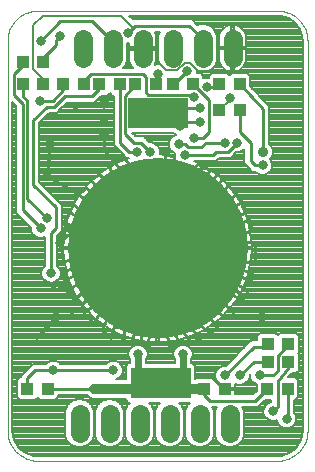
<source format=gbl>
G75*
%MOIN*%
%OFA0B0*%
%FSLAX24Y24*%
%IPPOS*%
%LPD*%
%AMOC8*
5,1,8,0,0,1.08239X$1,22.5*
%
%ADD10C,0.0000*%
%ADD11R,0.0394X0.0433*%
%ADD12C,0.0640*%
%ADD13R,0.2000X0.1000*%
%ADD14C,0.6000*%
%ADD15R,0.0433X0.0394*%
%ADD16C,0.0080*%
%ADD17C,0.0317*%
%ADD18C,0.0160*%
%ADD19C,0.0100*%
%ADD20C,0.0356*%
%ADD21C,0.0320*%
%ADD22C,0.0240*%
D10*
X000646Y001140D02*
X000646Y014140D01*
X000648Y014200D01*
X000653Y014261D01*
X000662Y014320D01*
X000675Y014379D01*
X000691Y014438D01*
X000711Y014495D01*
X000734Y014550D01*
X000761Y014605D01*
X000790Y014657D01*
X000823Y014708D01*
X000859Y014757D01*
X000897Y014803D01*
X000939Y014847D01*
X000983Y014889D01*
X001029Y014927D01*
X001078Y014963D01*
X001129Y014996D01*
X001181Y015025D01*
X001236Y015052D01*
X001291Y015075D01*
X001348Y015095D01*
X001407Y015111D01*
X001466Y015124D01*
X001525Y015133D01*
X001586Y015138D01*
X001646Y015140D01*
X009646Y015140D01*
X009706Y015138D01*
X009767Y015133D01*
X009826Y015124D01*
X009885Y015111D01*
X009944Y015095D01*
X010001Y015075D01*
X010056Y015052D01*
X010111Y015025D01*
X010163Y014996D01*
X010214Y014963D01*
X010263Y014927D01*
X010309Y014889D01*
X010353Y014847D01*
X010395Y014803D01*
X010433Y014757D01*
X010469Y014708D01*
X010502Y014657D01*
X010531Y014605D01*
X010558Y014550D01*
X010581Y014495D01*
X010601Y014438D01*
X010617Y014379D01*
X010630Y014320D01*
X010639Y014261D01*
X010644Y014200D01*
X010646Y014140D01*
X010646Y001140D01*
X010644Y001080D01*
X010639Y001019D01*
X010630Y000960D01*
X010617Y000901D01*
X010601Y000842D01*
X010581Y000785D01*
X010558Y000730D01*
X010531Y000675D01*
X010502Y000623D01*
X010469Y000572D01*
X010433Y000523D01*
X010395Y000477D01*
X010353Y000433D01*
X010309Y000391D01*
X010263Y000353D01*
X010214Y000317D01*
X010163Y000284D01*
X010111Y000255D01*
X010056Y000228D01*
X010001Y000205D01*
X009944Y000185D01*
X009885Y000169D01*
X009826Y000156D01*
X009767Y000147D01*
X009706Y000142D01*
X009646Y000140D01*
X001646Y000140D01*
X001586Y000142D01*
X001525Y000147D01*
X001466Y000156D01*
X001407Y000169D01*
X001348Y000185D01*
X001291Y000205D01*
X001236Y000228D01*
X001181Y000255D01*
X001129Y000284D01*
X001078Y000317D01*
X001029Y000353D01*
X000983Y000391D01*
X000939Y000433D01*
X000897Y000477D01*
X000859Y000523D01*
X000823Y000572D01*
X000790Y000623D01*
X000761Y000675D01*
X000734Y000730D01*
X000711Y000785D01*
X000691Y000842D01*
X000675Y000901D01*
X000662Y000960D01*
X000653Y001019D01*
X000648Y001080D01*
X000646Y001140D01*
D11*
X001311Y002540D03*
X001980Y002540D03*
X007711Y011840D03*
X007711Y012690D03*
X008380Y012690D03*
X008380Y011840D03*
X006820Y012690D03*
X006151Y012690D03*
X005580Y012690D03*
X004911Y012690D03*
X004380Y012690D03*
X003711Y012690D03*
X003180Y012690D03*
X002511Y012690D03*
X001830Y012690D03*
X001161Y012690D03*
X001161Y013440D03*
X001830Y013440D03*
X009321Y004030D03*
X009321Y003430D03*
X009990Y003430D03*
X009990Y004030D03*
X009980Y002540D03*
X009311Y002540D03*
D12*
X008046Y001710D02*
X008046Y001070D01*
X007046Y001070D02*
X007046Y001710D01*
X006046Y001710D02*
X006046Y001070D01*
X005046Y001070D02*
X005046Y001710D01*
X004046Y001710D02*
X004046Y001070D01*
X003046Y001070D02*
X003046Y001710D01*
X003146Y013570D02*
X003146Y014210D01*
X004146Y014210D02*
X004146Y013570D01*
X005146Y013570D02*
X005146Y014210D01*
X006146Y014210D02*
X006146Y013570D01*
X007146Y013570D02*
X007146Y014210D01*
X008146Y014210D02*
X008146Y013570D01*
D13*
X005646Y011740D03*
X005746Y002740D03*
D14*
X005646Y007240D03*
D15*
X007211Y002540D03*
X007880Y002540D03*
D16*
X000897Y000759D02*
X000816Y001009D01*
X000806Y001140D01*
X000806Y012083D01*
X000936Y011953D01*
X000936Y008403D01*
X001427Y007911D01*
X001427Y007827D01*
X001476Y007710D01*
X001565Y007620D01*
X001682Y007572D01*
X001809Y007572D01*
X001886Y007603D01*
X001886Y006630D01*
X001826Y006570D01*
X001777Y006453D01*
X001777Y006327D01*
X001826Y006210D01*
X001915Y006120D01*
X002032Y006072D01*
X002159Y006072D01*
X002276Y006120D01*
X002366Y006210D01*
X002414Y006327D01*
X002414Y006453D01*
X002366Y006570D01*
X002306Y006630D01*
X002306Y007653D01*
X002333Y007680D01*
X002456Y007803D01*
X002456Y008677D01*
X002333Y008800D01*
X001706Y009427D01*
X001706Y011403D01*
X002033Y011730D01*
X002283Y011730D01*
X002406Y011853D01*
X002633Y012080D01*
X003533Y012080D01*
X003656Y012203D01*
X003766Y012313D01*
X003974Y012313D01*
X004046Y012385D01*
X004117Y012313D01*
X004186Y012313D01*
X004186Y010653D01*
X004486Y010353D01*
X004609Y010230D01*
X004685Y010230D01*
X004539Y010180D01*
X004349Y010102D01*
X004165Y010011D01*
X003987Y009908D01*
X003816Y009794D01*
X003653Y009669D01*
X003498Y009533D01*
X003353Y009388D01*
X003217Y009233D01*
X003092Y009070D01*
X002978Y008899D01*
X002875Y008721D01*
X002784Y008537D01*
X002705Y008347D01*
X002639Y008152D01*
X002586Y007953D01*
X002546Y007752D01*
X002519Y007548D01*
X002506Y007343D01*
X002506Y007280D01*
X005606Y007280D01*
X005606Y007200D01*
X005686Y007200D01*
X005686Y007280D01*
X008786Y007280D01*
X008786Y007343D01*
X008772Y007548D01*
X008745Y007752D01*
X008705Y007953D01*
X008652Y008152D01*
X008586Y008347D01*
X008507Y008537D01*
X008416Y008721D01*
X008314Y008899D01*
X008199Y009070D01*
X008074Y009233D01*
X007939Y009388D01*
X007793Y009533D01*
X007639Y009669D01*
X007476Y009794D01*
X007305Y009908D01*
X007127Y010011D01*
X006942Y010102D01*
X006874Y010130D01*
X007583Y010130D01*
X007683Y010230D01*
X008083Y010230D01*
X008274Y010422D01*
X008359Y010422D01*
X008476Y010470D01*
X008536Y010530D01*
X008536Y010053D01*
X008686Y009903D01*
X008809Y009780D01*
X008905Y009780D01*
X008965Y009720D01*
X009082Y009672D01*
X009209Y009672D01*
X009326Y009720D01*
X009416Y009810D01*
X009464Y009927D01*
X009464Y010053D01*
X009416Y010170D01*
X009385Y010201D01*
X009432Y010248D01*
X009484Y010373D01*
X009484Y010507D01*
X009432Y010632D01*
X009356Y010708D01*
X009356Y011871D01*
X009358Y011955D01*
X009356Y011958D01*
X009356Y011962D01*
X009297Y012021D01*
X008737Y012617D01*
X008737Y012973D01*
X008643Y013067D01*
X008117Y013067D01*
X008046Y012995D01*
X007974Y013067D01*
X007448Y013067D01*
X007354Y012973D01*
X007354Y012908D01*
X007232Y012908D01*
X007177Y012886D01*
X007177Y012973D01*
X007083Y013067D01*
X006954Y013067D01*
X006954Y013130D01*
X007050Y013090D01*
X007241Y013090D01*
X007418Y013163D01*
X007553Y013298D01*
X007626Y013475D01*
X007626Y014305D01*
X007553Y014482D01*
X007418Y014617D01*
X007241Y014690D01*
X007050Y014690D01*
X006974Y014659D01*
X006783Y014850D01*
X004839Y014850D01*
X004709Y014980D01*
X009646Y014980D01*
X009777Y014970D01*
X010027Y014888D01*
X010240Y014734D01*
X010394Y014521D01*
X010475Y014271D01*
X010486Y014140D01*
X010486Y001140D01*
X010475Y001009D01*
X010394Y000759D01*
X010240Y000546D01*
X010027Y000392D01*
X009777Y000310D01*
X009646Y000300D01*
X001646Y000300D01*
X001514Y000310D01*
X001264Y000392D01*
X001052Y000546D01*
X000897Y000759D01*
X000894Y000768D02*
X002669Y000768D01*
X002639Y000798D02*
X002774Y000663D01*
X002950Y000590D01*
X003141Y000590D01*
X003318Y000663D01*
X003453Y000798D01*
X003526Y000975D01*
X003526Y001805D01*
X003453Y001982D01*
X003318Y002117D01*
X003141Y002190D01*
X002950Y002190D01*
X002774Y002117D01*
X002639Y001982D01*
X002566Y001805D01*
X002566Y000975D01*
X002639Y000798D01*
X002619Y000847D02*
X000869Y000847D01*
X000843Y000925D02*
X002586Y000925D01*
X002566Y001004D02*
X000818Y001004D01*
X000810Y001082D02*
X002566Y001082D01*
X002566Y001161D02*
X000806Y001161D01*
X000806Y001239D02*
X002566Y001239D01*
X002566Y001318D02*
X000806Y001318D01*
X000806Y001396D02*
X002566Y001396D01*
X002566Y001475D02*
X000806Y001475D01*
X000806Y001553D02*
X002566Y001553D01*
X002566Y001632D02*
X000806Y001632D01*
X000806Y001710D02*
X002566Y001710D01*
X002566Y001789D02*
X000806Y001789D01*
X000806Y001867D02*
X002591Y001867D01*
X002624Y001946D02*
X000806Y001946D01*
X000806Y002024D02*
X002681Y002024D01*
X002759Y002103D02*
X000806Y002103D01*
X000806Y002181D02*
X001030Y002181D01*
X001048Y002163D02*
X001574Y002163D01*
X001646Y002235D01*
X001717Y002163D01*
X002243Y002163D01*
X002337Y002257D01*
X002337Y002330D01*
X003283Y002330D01*
X003354Y002259D01*
X003472Y002210D01*
X004586Y002210D01*
X004586Y002174D01*
X004679Y002080D01*
X004737Y002080D01*
X004639Y001982D01*
X004566Y001805D01*
X004566Y000975D01*
X004639Y000798D01*
X004774Y000663D01*
X004950Y000590D01*
X005141Y000590D01*
X005318Y000663D01*
X005453Y000798D01*
X005526Y000975D01*
X005526Y001805D01*
X005453Y001982D01*
X005355Y002080D01*
X005737Y002080D01*
X005639Y001982D01*
X005566Y001805D01*
X005566Y000975D01*
X005639Y000798D01*
X005774Y000663D01*
X005950Y000590D01*
X006141Y000590D01*
X006318Y000663D01*
X006453Y000798D01*
X006526Y000975D01*
X006526Y001805D01*
X006453Y001982D01*
X006355Y002080D01*
X006737Y002080D01*
X006639Y001982D01*
X006566Y001805D01*
X006566Y000975D01*
X006639Y000798D01*
X006774Y000663D01*
X006950Y000590D01*
X007141Y000590D01*
X007318Y000663D01*
X007453Y000798D01*
X007526Y000975D01*
X007526Y001805D01*
X007474Y001930D01*
X007617Y001930D01*
X007566Y001805D01*
X007566Y000975D01*
X007639Y000798D01*
X007774Y000663D01*
X007950Y000590D01*
X008141Y000590D01*
X008318Y000663D01*
X008453Y000798D01*
X008526Y000975D01*
X008526Y001805D01*
X008474Y001930D01*
X008998Y001930D01*
X009231Y002163D01*
X009436Y002163D01*
X009436Y002108D01*
X009432Y002108D01*
X009315Y002060D01*
X009226Y001970D01*
X009177Y001853D01*
X009177Y001727D01*
X009226Y001610D01*
X009315Y001520D01*
X009432Y001472D01*
X009559Y001472D01*
X009627Y001500D01*
X009627Y001477D01*
X009676Y001360D01*
X009765Y001270D01*
X009882Y001222D01*
X010009Y001222D01*
X010126Y001270D01*
X010216Y001360D01*
X010264Y001477D01*
X010264Y001603D01*
X010216Y001720D01*
X010190Y001746D01*
X010190Y002163D01*
X010243Y002163D01*
X010337Y002257D01*
X010337Y002823D01*
X010243Y002917D01*
X010010Y002917D01*
X010117Y003053D01*
X010253Y003053D01*
X010347Y003147D01*
X010347Y003713D01*
X010330Y003730D01*
X010347Y003747D01*
X010347Y004313D01*
X010253Y004407D01*
X009727Y004407D01*
X009656Y004335D01*
X009584Y004407D01*
X009058Y004407D01*
X008964Y004313D01*
X008964Y004150D01*
X008759Y004150D01*
X007917Y003308D01*
X007832Y003308D01*
X007715Y003260D01*
X007626Y003170D01*
X007577Y003053D01*
X007577Y002927D01*
X007603Y002864D01*
X007578Y002849D01*
X007560Y002831D01*
X007494Y002897D01*
X006928Y002897D01*
X006906Y002874D01*
X006906Y003306D01*
X006812Y003400D01*
X006776Y003400D01*
X006776Y003534D01*
X006814Y003627D01*
X006814Y003753D01*
X006766Y003870D01*
X006676Y003960D01*
X006559Y004008D01*
X006432Y004008D01*
X006315Y003960D01*
X006226Y003870D01*
X006177Y003753D01*
X006177Y003627D01*
X006216Y003534D01*
X006216Y003400D01*
X005276Y003400D01*
X005276Y003534D01*
X005314Y003627D01*
X005314Y003753D01*
X005266Y003870D01*
X005176Y003960D01*
X005059Y004008D01*
X004932Y004008D01*
X004815Y003960D01*
X004726Y003870D01*
X004677Y003753D01*
X004677Y003627D01*
X004716Y003534D01*
X004716Y003400D01*
X004679Y003400D01*
X004586Y003306D01*
X004586Y002850D01*
X004329Y002850D01*
X004309Y002858D01*
X004275Y002858D01*
X004351Y002890D01*
X004441Y002980D01*
X004489Y003097D01*
X004489Y003223D01*
X004441Y003340D01*
X004351Y003430D01*
X004234Y003478D01*
X004107Y003478D01*
X003990Y003430D01*
X003930Y003370D01*
X002400Y003370D01*
X002346Y003424D01*
X002229Y003473D01*
X002102Y003473D01*
X001985Y003424D01*
X001925Y003364D01*
X001484Y003364D01*
X001361Y003241D01*
X001101Y002981D01*
X001101Y002917D01*
X001048Y002917D01*
X000954Y002823D01*
X000954Y002257D01*
X001048Y002163D01*
X000954Y002260D02*
X000806Y002260D01*
X000806Y002338D02*
X000954Y002338D01*
X000954Y002417D02*
X000806Y002417D01*
X000806Y002495D02*
X000954Y002495D01*
X000954Y002574D02*
X000806Y002574D01*
X000806Y002652D02*
X000954Y002652D01*
X000954Y002731D02*
X000806Y002731D01*
X000806Y002809D02*
X000954Y002809D01*
X001019Y002888D02*
X000806Y002888D01*
X000806Y002966D02*
X001101Y002966D01*
X001164Y003045D02*
X000806Y003045D01*
X000806Y003123D02*
X001243Y003123D01*
X001321Y003202D02*
X000806Y003202D01*
X000806Y003280D02*
X001400Y003280D01*
X001478Y003359D02*
X000806Y003359D01*
X000806Y003437D02*
X002016Y003437D01*
X002315Y003437D02*
X004007Y003437D01*
X004334Y003437D02*
X004716Y003437D01*
X004716Y003516D02*
X000806Y003516D01*
X000806Y003594D02*
X004691Y003594D01*
X004677Y003673D02*
X000806Y003673D01*
X000806Y003751D02*
X004677Y003751D01*
X004709Y003830D02*
X000806Y003830D01*
X000806Y003908D02*
X004763Y003908D01*
X004879Y003987D02*
X000806Y003987D01*
X000806Y004065D02*
X008674Y004065D01*
X008752Y004144D02*
X006174Y004144D01*
X006157Y004140D02*
X006359Y004180D01*
X006558Y004234D01*
X006752Y004300D01*
X006942Y004378D01*
X007127Y004469D01*
X007305Y004572D01*
X007476Y004686D01*
X007639Y004811D01*
X007793Y004947D01*
X007939Y005092D01*
X008074Y005247D01*
X008199Y005410D01*
X008314Y005581D01*
X008416Y005759D01*
X008507Y005943D01*
X008586Y006133D01*
X008652Y006328D01*
X008705Y006527D01*
X008745Y006728D01*
X008772Y006932D01*
X008786Y007137D01*
X008786Y007200D01*
X005686Y007200D01*
X005686Y004100D01*
X005748Y004100D01*
X005954Y004113D01*
X006157Y004140D01*
X006263Y003908D02*
X005228Y003908D01*
X005283Y003830D02*
X006209Y003830D01*
X006177Y003751D02*
X005314Y003751D01*
X005314Y003673D02*
X006177Y003673D01*
X006191Y003594D02*
X005301Y003594D01*
X005276Y003516D02*
X006216Y003516D01*
X006216Y003437D02*
X005276Y003437D01*
X005112Y003987D02*
X006379Y003987D01*
X006612Y003987D02*
X008595Y003987D01*
X008517Y003908D02*
X006728Y003908D01*
X006783Y003830D02*
X008438Y003830D01*
X008360Y003751D02*
X006814Y003751D01*
X006814Y003673D02*
X008281Y003673D01*
X008203Y003594D02*
X006801Y003594D01*
X006776Y003516D02*
X008124Y003516D01*
X008046Y003437D02*
X006776Y003437D01*
X006853Y003359D02*
X007967Y003359D01*
X007764Y003280D02*
X006906Y003280D01*
X006906Y003202D02*
X007657Y003202D01*
X007606Y003123D02*
X006906Y003123D01*
X006906Y003045D02*
X007577Y003045D01*
X007577Y002966D02*
X006906Y002966D01*
X006906Y002888D02*
X006919Y002888D01*
X007503Y002888D02*
X007593Y002888D01*
X007920Y002580D02*
X008237Y002580D01*
X008237Y002711D01*
X008332Y002672D01*
X008459Y002672D01*
X008576Y002720D01*
X008666Y002810D01*
X008714Y002927D01*
X008714Y003011D01*
X008727Y003025D01*
X008727Y002927D01*
X008776Y002810D01*
X008865Y002720D01*
X008954Y002683D01*
X008954Y002480D01*
X008824Y002350D01*
X008237Y002350D01*
X008237Y002500D01*
X007920Y002500D01*
X007920Y002580D01*
X007920Y002574D02*
X008954Y002574D01*
X008954Y002652D02*
X008237Y002652D01*
X008237Y002495D02*
X008954Y002495D01*
X008891Y002417D02*
X008237Y002417D01*
X008587Y002731D02*
X008855Y002731D01*
X008776Y002809D02*
X008665Y002809D01*
X008698Y002888D02*
X008743Y002888D01*
X008727Y002966D02*
X008714Y002966D01*
X009171Y002103D02*
X009418Y002103D01*
X009279Y002024D02*
X009092Y002024D01*
X009014Y001946D02*
X009215Y001946D01*
X009183Y001867D02*
X008500Y001867D01*
X008526Y001789D02*
X009177Y001789D01*
X009184Y001710D02*
X008526Y001710D01*
X008526Y001632D02*
X009217Y001632D01*
X009282Y001553D02*
X008526Y001553D01*
X008526Y001475D02*
X009425Y001475D01*
X009566Y001475D02*
X009628Y001475D01*
X009661Y001396D02*
X008526Y001396D01*
X008526Y001318D02*
X009718Y001318D01*
X009840Y001239D02*
X008526Y001239D01*
X008526Y001161D02*
X010486Y001161D01*
X010486Y001239D02*
X010051Y001239D01*
X010174Y001318D02*
X010486Y001318D01*
X010486Y001396D02*
X010231Y001396D01*
X010263Y001475D02*
X010486Y001475D01*
X010486Y001553D02*
X010264Y001553D01*
X010252Y001632D02*
X010486Y001632D01*
X010486Y001710D02*
X010220Y001710D01*
X010190Y001789D02*
X010486Y001789D01*
X010486Y001867D02*
X010190Y001867D01*
X010190Y001946D02*
X010486Y001946D01*
X010486Y002024D02*
X010190Y002024D01*
X010190Y002103D02*
X010486Y002103D01*
X010486Y002181D02*
X010261Y002181D01*
X010337Y002260D02*
X010486Y002260D01*
X010486Y002338D02*
X010337Y002338D01*
X010337Y002417D02*
X010486Y002417D01*
X010486Y002495D02*
X010337Y002495D01*
X010337Y002574D02*
X010486Y002574D01*
X010486Y002652D02*
X010337Y002652D01*
X010337Y002731D02*
X010486Y002731D01*
X010486Y002809D02*
X010337Y002809D01*
X010272Y002888D02*
X010486Y002888D01*
X010486Y002966D02*
X010049Y002966D01*
X010110Y003045D02*
X010486Y003045D01*
X010486Y003123D02*
X010323Y003123D01*
X010347Y003202D02*
X010486Y003202D01*
X010486Y003280D02*
X010347Y003280D01*
X010347Y003359D02*
X010486Y003359D01*
X010486Y003437D02*
X010347Y003437D01*
X010347Y003516D02*
X010486Y003516D01*
X010486Y003594D02*
X010347Y003594D01*
X010347Y003673D02*
X010486Y003673D01*
X010486Y003751D02*
X010347Y003751D01*
X010347Y003830D02*
X010486Y003830D01*
X010486Y003908D02*
X010347Y003908D01*
X010347Y003987D02*
X010486Y003987D01*
X010486Y004065D02*
X010347Y004065D01*
X010347Y004144D02*
X010486Y004144D01*
X010486Y004222D02*
X010347Y004222D01*
X010347Y004301D02*
X010486Y004301D01*
X010486Y004379D02*
X010281Y004379D01*
X010486Y004458D02*
X007103Y004458D01*
X007242Y004536D02*
X010486Y004536D01*
X010486Y004615D02*
X007368Y004615D01*
X007484Y004693D02*
X010486Y004693D01*
X010486Y004772D02*
X007587Y004772D01*
X007683Y004850D02*
X010486Y004850D01*
X010486Y004929D02*
X007772Y004929D01*
X007853Y005007D02*
X010486Y005007D01*
X010486Y005086D02*
X007932Y005086D01*
X008002Y005164D02*
X010486Y005164D01*
X010486Y005243D02*
X008070Y005243D01*
X008131Y005321D02*
X010486Y005321D01*
X010486Y005400D02*
X008191Y005400D01*
X008245Y005478D02*
X010486Y005478D01*
X010486Y005557D02*
X008297Y005557D01*
X008345Y005635D02*
X010486Y005635D01*
X010486Y005714D02*
X008390Y005714D01*
X008433Y005792D02*
X010486Y005792D01*
X010486Y005871D02*
X008471Y005871D01*
X008510Y005949D02*
X010486Y005949D01*
X010486Y006028D02*
X008542Y006028D01*
X008575Y006106D02*
X010486Y006106D01*
X010486Y006185D02*
X008603Y006185D01*
X008630Y006263D02*
X010486Y006263D01*
X010486Y006342D02*
X008656Y006342D01*
X008677Y006420D02*
X010486Y006420D01*
X010486Y006499D02*
X008698Y006499D01*
X008715Y006577D02*
X010486Y006577D01*
X010486Y006656D02*
X008731Y006656D01*
X008746Y006734D02*
X010486Y006734D01*
X010486Y006813D02*
X008757Y006813D01*
X008767Y006891D02*
X010486Y006891D01*
X010486Y006970D02*
X008775Y006970D01*
X008780Y007048D02*
X010486Y007048D01*
X010486Y007127D02*
X008785Y007127D01*
X008786Y007284D02*
X010486Y007284D01*
X010486Y007362D02*
X008784Y007362D01*
X008779Y007441D02*
X010486Y007441D01*
X010486Y007519D02*
X008774Y007519D01*
X008766Y007598D02*
X010486Y007598D01*
X010486Y007676D02*
X008755Y007676D01*
X008745Y007755D02*
X010486Y007755D01*
X010486Y007833D02*
X008729Y007833D01*
X008714Y007912D02*
X010486Y007912D01*
X010486Y007990D02*
X008695Y007990D01*
X008674Y008069D02*
X010486Y008069D01*
X010486Y008147D02*
X008653Y008147D01*
X008627Y008226D02*
X010486Y008226D01*
X010486Y008304D02*
X008600Y008304D01*
X008571Y008383D02*
X010486Y008383D01*
X010486Y008461D02*
X008539Y008461D01*
X008506Y008540D02*
X010486Y008540D01*
X010486Y008618D02*
X008467Y008618D01*
X008428Y008697D02*
X010486Y008697D01*
X010486Y008775D02*
X008385Y008775D01*
X008340Y008854D02*
X010486Y008854D01*
X010486Y008932D02*
X008292Y008932D01*
X008239Y009011D02*
X010486Y009011D01*
X010486Y009089D02*
X008185Y009089D01*
X008125Y009168D02*
X010486Y009168D01*
X010486Y009246D02*
X008063Y009246D01*
X007994Y009325D02*
X010486Y009325D01*
X010486Y009403D02*
X007923Y009403D01*
X007845Y009482D02*
X010486Y009482D01*
X010486Y009560D02*
X007763Y009560D01*
X007673Y009639D02*
X010486Y009639D01*
X010486Y009717D02*
X009319Y009717D01*
X009402Y009796D02*
X010486Y009796D01*
X010486Y009874D02*
X009442Y009874D01*
X009464Y009953D02*
X010486Y009953D01*
X010486Y010031D02*
X009464Y010031D01*
X009441Y010110D02*
X010486Y010110D01*
X010486Y010188D02*
X009398Y010188D01*
X009440Y010267D02*
X010486Y010267D01*
X010486Y010345D02*
X009472Y010345D01*
X009484Y010424D02*
X010486Y010424D01*
X010486Y010502D02*
X009484Y010502D01*
X009453Y010581D02*
X010486Y010581D01*
X010486Y010659D02*
X009405Y010659D01*
X009356Y010738D02*
X010486Y010738D01*
X010486Y010816D02*
X009356Y010816D01*
X009356Y010895D02*
X010486Y010895D01*
X010486Y010973D02*
X009356Y010973D01*
X009356Y011052D02*
X010486Y011052D01*
X010486Y011130D02*
X009356Y011130D01*
X009356Y011209D02*
X010486Y011209D01*
X010486Y011287D02*
X009356Y011287D01*
X009356Y011366D02*
X010486Y011366D01*
X010486Y011444D02*
X009356Y011444D01*
X009356Y011523D02*
X010486Y011523D01*
X010486Y011601D02*
X009356Y011601D01*
X009356Y011680D02*
X010486Y011680D01*
X010486Y011758D02*
X009356Y011758D01*
X009356Y011837D02*
X010486Y011837D01*
X010486Y011915D02*
X009357Y011915D01*
X009324Y011994D02*
X010486Y011994D01*
X010486Y012072D02*
X009248Y012072D01*
X009175Y012151D02*
X010486Y012151D01*
X010486Y012229D02*
X009101Y012229D01*
X009027Y012308D02*
X010486Y012308D01*
X010486Y012386D02*
X008954Y012386D01*
X008880Y012465D02*
X010486Y012465D01*
X010486Y012543D02*
X008806Y012543D01*
X008737Y012622D02*
X010486Y012622D01*
X010486Y012700D02*
X008737Y012700D01*
X008737Y012779D02*
X010486Y012779D01*
X010486Y012857D02*
X008737Y012857D01*
X008737Y012936D02*
X010486Y012936D01*
X010486Y013014D02*
X008696Y013014D01*
X008476Y013250D02*
X010486Y013250D01*
X010486Y013328D02*
X008538Y013328D01*
X008539Y013329D02*
X008572Y013393D01*
X008594Y013462D01*
X008606Y013534D01*
X008606Y013850D01*
X008186Y013850D01*
X008186Y013930D01*
X008606Y013930D01*
X008606Y014246D01*
X008594Y014318D01*
X008572Y014387D01*
X008539Y014451D01*
X008497Y014510D01*
X008445Y014561D01*
X008387Y014603D01*
X008322Y014636D01*
X008253Y014659D01*
X008186Y014669D01*
X008186Y013930D01*
X008106Y013930D01*
X008106Y014669D01*
X008038Y014659D01*
X007969Y014636D01*
X007905Y014603D01*
X007846Y014561D01*
X007795Y014510D01*
X007752Y014451D01*
X007719Y014387D01*
X007697Y014318D01*
X007686Y014246D01*
X007686Y013930D01*
X008106Y013930D01*
X008106Y013850D01*
X008186Y013850D01*
X008186Y013111D01*
X008253Y013121D01*
X008322Y013144D01*
X008387Y013177D01*
X008445Y013219D01*
X008497Y013270D01*
X008539Y013329D01*
X008576Y013407D02*
X010486Y013407D01*
X010486Y013485D02*
X008598Y013485D01*
X008606Y013564D02*
X010486Y013564D01*
X010486Y013642D02*
X008606Y013642D01*
X008606Y013721D02*
X010486Y013721D01*
X010486Y013799D02*
X008606Y013799D01*
X008606Y013956D02*
X010486Y013956D01*
X010486Y013878D02*
X008186Y013878D01*
X008146Y013890D02*
X008136Y013880D01*
X008136Y013130D01*
X008126Y013140D01*
X006986Y013140D01*
X006736Y013390D01*
X006546Y013390D01*
X006306Y013150D01*
X005936Y013150D01*
X005636Y013450D01*
X005636Y013870D01*
X005666Y013878D02*
X005186Y013878D01*
X005186Y013850D02*
X005186Y013930D01*
X005606Y013930D01*
X005606Y014246D01*
X005594Y014318D01*
X005572Y014387D01*
X005550Y014430D01*
X005717Y014430D01*
X005666Y014305D01*
X005666Y013475D01*
X005715Y013356D01*
X005709Y013358D01*
X005582Y013358D01*
X005547Y013344D01*
X005572Y013393D01*
X005594Y013462D01*
X005606Y013534D01*
X005606Y013850D01*
X005186Y013850D01*
X005106Y013850D02*
X005106Y013930D01*
X004686Y013930D01*
X004686Y014072D01*
X004626Y014072D01*
X004626Y013475D01*
X004553Y013298D01*
X004495Y013240D01*
X004825Y013240D01*
X004795Y013270D01*
X004752Y013329D01*
X004719Y013393D01*
X004697Y013462D01*
X004686Y013534D01*
X004686Y013850D01*
X005106Y013850D01*
X005106Y013878D02*
X004626Y013878D01*
X004666Y013870D02*
X004686Y013890D01*
X004686Y013956D02*
X004626Y013956D01*
X004626Y014035D02*
X004686Y014035D01*
X004686Y013799D02*
X004626Y013799D01*
X004626Y013721D02*
X004686Y013721D01*
X004686Y013642D02*
X004626Y013642D01*
X004626Y013564D02*
X004686Y013564D01*
X004693Y013485D02*
X004626Y013485D01*
X004598Y013407D02*
X004715Y013407D01*
X004753Y013328D02*
X004565Y013328D01*
X004504Y013250D02*
X004816Y013250D01*
X005576Y013407D02*
X005694Y013407D01*
X005666Y013485D02*
X005598Y013485D01*
X005606Y013564D02*
X005666Y013564D01*
X005666Y013642D02*
X005606Y013642D01*
X005606Y013721D02*
X005666Y013721D01*
X005666Y013799D02*
X005606Y013799D01*
X005606Y013956D02*
X005666Y013956D01*
X005666Y014035D02*
X005606Y014035D01*
X005606Y014113D02*
X005666Y014113D01*
X005666Y014192D02*
X005606Y014192D01*
X005602Y014270D02*
X005666Y014270D01*
X005684Y014349D02*
X005584Y014349D01*
X005551Y014427D02*
X005716Y014427D01*
X004831Y014575D02*
X004426Y014980D01*
X001826Y014980D01*
X001496Y014650D01*
X001496Y013190D01*
X001880Y012805D01*
X001980Y012805D01*
X001830Y012690D01*
X002389Y011837D02*
X004186Y011837D01*
X004186Y011915D02*
X002468Y011915D01*
X002546Y011994D02*
X004186Y011994D01*
X004186Y012072D02*
X002625Y012072D01*
X002311Y011758D02*
X004186Y011758D01*
X004186Y011680D02*
X001982Y011680D01*
X001904Y011601D02*
X004186Y011601D01*
X004186Y011523D02*
X001825Y011523D01*
X001747Y011444D02*
X004186Y011444D01*
X004186Y011366D02*
X001706Y011366D01*
X001706Y011287D02*
X004186Y011287D01*
X004186Y011209D02*
X001706Y011209D01*
X001706Y011130D02*
X004186Y011130D01*
X004186Y011052D02*
X001706Y011052D01*
X001706Y010973D02*
X004186Y010973D01*
X004186Y010895D02*
X001706Y010895D01*
X001706Y010816D02*
X004186Y010816D01*
X004186Y010738D02*
X001706Y010738D01*
X001706Y010659D02*
X004186Y010659D01*
X004258Y010581D02*
X001706Y010581D01*
X001706Y010502D02*
X004337Y010502D01*
X004415Y010424D02*
X001706Y010424D01*
X001706Y010345D02*
X004494Y010345D01*
X004572Y010267D02*
X001706Y010267D01*
X001706Y010188D02*
X004562Y010188D01*
X004368Y010110D02*
X001706Y010110D01*
X001706Y010031D02*
X004206Y010031D01*
X004064Y009953D02*
X001706Y009953D01*
X001706Y009874D02*
X003936Y009874D01*
X003818Y009796D02*
X001706Y009796D01*
X001706Y009717D02*
X003716Y009717D01*
X003618Y009639D02*
X001706Y009639D01*
X001706Y009560D02*
X003529Y009560D01*
X003447Y009482D02*
X001706Y009482D01*
X001730Y009403D02*
X003368Y009403D01*
X003297Y009325D02*
X001808Y009325D01*
X001887Y009246D02*
X003229Y009246D01*
X003167Y009168D02*
X001965Y009168D01*
X002044Y009089D02*
X003107Y009089D01*
X003052Y009011D02*
X002122Y009011D01*
X002201Y008932D02*
X003000Y008932D01*
X002952Y008854D02*
X002279Y008854D01*
X002358Y008775D02*
X002906Y008775D01*
X002863Y008697D02*
X002436Y008697D01*
X002456Y008618D02*
X002824Y008618D01*
X002785Y008540D02*
X002456Y008540D01*
X002456Y008461D02*
X002753Y008461D01*
X002720Y008383D02*
X002456Y008383D01*
X002456Y008304D02*
X002691Y008304D01*
X002664Y008226D02*
X002456Y008226D01*
X002456Y008147D02*
X002638Y008147D01*
X002617Y008069D02*
X002456Y008069D01*
X002456Y007990D02*
X002596Y007990D01*
X002578Y007912D02*
X002456Y007912D01*
X002456Y007833D02*
X002562Y007833D01*
X002547Y007755D02*
X002407Y007755D01*
X002333Y007680D02*
X002333Y007680D01*
X002329Y007676D02*
X002536Y007676D01*
X002526Y007598D02*
X002306Y007598D01*
X002306Y007519D02*
X002517Y007519D01*
X002512Y007441D02*
X002306Y007441D01*
X002306Y007362D02*
X002507Y007362D01*
X002506Y007284D02*
X002306Y007284D01*
X002306Y007205D02*
X005606Y007205D01*
X005606Y007200D02*
X002506Y007200D01*
X002506Y007137D01*
X002519Y006932D01*
X002546Y006728D01*
X002586Y006527D01*
X002639Y006328D01*
X002705Y006133D01*
X002784Y005943D01*
X002875Y005759D01*
X002978Y005581D01*
X003092Y005410D01*
X003217Y005247D01*
X003353Y005092D01*
X003498Y004947D01*
X003653Y004811D01*
X003816Y004686D01*
X003987Y004572D01*
X004165Y004469D01*
X004349Y004378D01*
X004539Y004300D01*
X004734Y004234D01*
X004932Y004180D01*
X005134Y004140D01*
X005338Y004113D01*
X005543Y004100D01*
X005606Y004100D01*
X005606Y007200D01*
X005606Y007127D02*
X005686Y007127D01*
X005686Y007205D02*
X010486Y007205D01*
X008973Y009717D02*
X007576Y009717D01*
X007473Y009796D02*
X008793Y009796D01*
X008715Y009874D02*
X007355Y009874D01*
X007227Y009953D02*
X008636Y009953D01*
X008558Y010031D02*
X007085Y010031D01*
X006923Y010110D02*
X008536Y010110D01*
X008536Y010188D02*
X007641Y010188D01*
X008119Y010267D02*
X008536Y010267D01*
X008536Y010345D02*
X008198Y010345D01*
X008364Y010424D02*
X008536Y010424D01*
X008536Y010502D02*
X008508Y010502D01*
X007711Y011840D02*
X008046Y012175D01*
X008046Y012240D01*
X008027Y013014D02*
X008065Y013014D01*
X008106Y013111D02*
X008038Y013121D01*
X007969Y013144D01*
X007905Y013177D01*
X007846Y013219D01*
X007795Y013270D01*
X007752Y013329D01*
X007719Y013393D01*
X007697Y013462D01*
X007686Y013534D01*
X007686Y013850D01*
X008106Y013850D01*
X008106Y013111D01*
X008106Y013171D02*
X008186Y013171D01*
X008186Y013250D02*
X008106Y013250D01*
X008106Y013328D02*
X008186Y013328D01*
X008186Y013407D02*
X008106Y013407D01*
X008106Y013485D02*
X008186Y013485D01*
X008186Y013564D02*
X008106Y013564D01*
X008106Y013642D02*
X008186Y013642D01*
X008186Y013721D02*
X008106Y013721D01*
X008106Y013799D02*
X008186Y013799D01*
X008106Y013878D02*
X007626Y013878D01*
X007626Y013956D02*
X007686Y013956D01*
X007686Y014035D02*
X007626Y014035D01*
X007626Y014113D02*
X007686Y014113D01*
X007686Y014192D02*
X007626Y014192D01*
X007626Y014270D02*
X007689Y014270D01*
X007707Y014349D02*
X007608Y014349D01*
X007575Y014427D02*
X007740Y014427D01*
X007792Y014506D02*
X007529Y014506D01*
X007450Y014584D02*
X007878Y014584D01*
X008062Y014663D02*
X007307Y014663D01*
X006984Y014663D02*
X006970Y014663D01*
X006892Y014741D02*
X010230Y014741D01*
X010292Y014663D02*
X008229Y014663D01*
X008186Y014663D02*
X008106Y014663D01*
X008106Y014584D02*
X008186Y014584D01*
X008186Y014506D02*
X008106Y014506D01*
X008106Y014427D02*
X008186Y014427D01*
X008186Y014349D02*
X008106Y014349D01*
X008106Y014270D02*
X008186Y014270D01*
X008186Y014192D02*
X008106Y014192D01*
X008106Y014113D02*
X008186Y014113D01*
X008186Y014035D02*
X008106Y014035D01*
X008106Y013956D02*
X008186Y013956D01*
X008551Y014427D02*
X010425Y014427D01*
X010450Y014349D02*
X008584Y014349D01*
X008602Y014270D02*
X010475Y014270D01*
X010482Y014192D02*
X008606Y014192D01*
X008606Y014113D02*
X010486Y014113D01*
X010486Y014035D02*
X008606Y014035D01*
X008500Y014506D02*
X010399Y014506D01*
X010349Y014584D02*
X008413Y014584D01*
X007686Y013799D02*
X007626Y013799D01*
X007626Y013721D02*
X007686Y013721D01*
X007686Y013642D02*
X007626Y013642D01*
X007626Y013564D02*
X007686Y013564D01*
X007693Y013485D02*
X007626Y013485D01*
X007598Y013407D02*
X007715Y013407D01*
X007753Y013328D02*
X007565Y013328D01*
X007504Y013250D02*
X007816Y013250D01*
X007915Y013171D02*
X007426Y013171D01*
X007395Y013014D02*
X007136Y013014D01*
X007177Y012936D02*
X007354Y012936D01*
X007247Y013093D02*
X010486Y013093D01*
X010486Y013171D02*
X008376Y013171D01*
X007044Y013093D02*
X006954Y013093D01*
X006813Y014820D02*
X010122Y014820D01*
X009997Y014898D02*
X004790Y014898D01*
X004712Y014977D02*
X009690Y014977D01*
X006263Y011000D02*
X006165Y010960D01*
X006076Y010870D01*
X006027Y010753D01*
X006027Y010627D01*
X006076Y010510D01*
X006165Y010420D01*
X006227Y010394D01*
X006227Y010326D01*
X006157Y010340D01*
X005954Y010367D01*
X005748Y010380D01*
X005714Y010380D01*
X005714Y010503D01*
X005666Y010620D01*
X005576Y010710D01*
X005459Y010758D01*
X005374Y010758D01*
X005183Y010950D01*
X004933Y010950D01*
X004803Y011080D01*
X006155Y011080D01*
X006215Y011020D01*
X006263Y011000D01*
X006197Y010973D02*
X004910Y010973D01*
X004831Y011052D02*
X006184Y011052D01*
X006100Y010895D02*
X005238Y010895D01*
X005317Y010816D02*
X006053Y010816D01*
X006027Y010738D02*
X005509Y010738D01*
X005627Y010659D02*
X006027Y010659D01*
X006046Y010581D02*
X005682Y010581D01*
X005714Y010502D02*
X006083Y010502D01*
X006162Y010424D02*
X005714Y010424D01*
X006117Y010345D02*
X006227Y010345D01*
X004186Y012151D02*
X003603Y012151D01*
X003682Y012229D02*
X004186Y012229D01*
X004186Y012308D02*
X003760Y012308D01*
X000936Y011915D02*
X000806Y011915D01*
X000806Y011837D02*
X000936Y011837D01*
X000936Y011758D02*
X000806Y011758D01*
X000806Y011680D02*
X000936Y011680D01*
X000936Y011601D02*
X000806Y011601D01*
X000806Y011523D02*
X000936Y011523D01*
X000936Y011444D02*
X000806Y011444D01*
X000806Y011366D02*
X000936Y011366D01*
X000936Y011287D02*
X000806Y011287D01*
X000806Y011209D02*
X000936Y011209D01*
X000936Y011130D02*
X000806Y011130D01*
X000806Y011052D02*
X000936Y011052D01*
X000936Y010973D02*
X000806Y010973D01*
X000806Y010895D02*
X000936Y010895D01*
X000936Y010816D02*
X000806Y010816D01*
X000806Y010738D02*
X000936Y010738D01*
X000936Y010659D02*
X000806Y010659D01*
X000806Y010581D02*
X000936Y010581D01*
X000936Y010502D02*
X000806Y010502D01*
X000806Y010424D02*
X000936Y010424D01*
X000936Y010345D02*
X000806Y010345D01*
X000806Y010267D02*
X000936Y010267D01*
X000936Y010188D02*
X000806Y010188D01*
X000806Y010110D02*
X000936Y010110D01*
X000936Y010031D02*
X000806Y010031D01*
X000806Y009953D02*
X000936Y009953D01*
X000936Y009874D02*
X000806Y009874D01*
X000806Y009796D02*
X000936Y009796D01*
X000936Y009717D02*
X000806Y009717D01*
X000806Y009639D02*
X000936Y009639D01*
X000936Y009560D02*
X000806Y009560D01*
X000806Y009482D02*
X000936Y009482D01*
X000936Y009403D02*
X000806Y009403D01*
X000806Y009325D02*
X000936Y009325D01*
X000936Y009246D02*
X000806Y009246D01*
X000806Y009168D02*
X000936Y009168D01*
X000936Y009089D02*
X000806Y009089D01*
X000806Y009011D02*
X000936Y009011D01*
X000936Y008932D02*
X000806Y008932D01*
X000806Y008854D02*
X000936Y008854D01*
X000936Y008775D02*
X000806Y008775D01*
X000806Y008697D02*
X000936Y008697D01*
X000936Y008618D02*
X000806Y008618D01*
X000806Y008540D02*
X000936Y008540D01*
X000936Y008461D02*
X000806Y008461D01*
X000806Y008383D02*
X000956Y008383D01*
X001035Y008304D02*
X000806Y008304D01*
X000806Y008226D02*
X001113Y008226D01*
X001192Y008147D02*
X000806Y008147D01*
X000806Y008069D02*
X001270Y008069D01*
X001349Y007990D02*
X000806Y007990D01*
X000806Y007912D02*
X001427Y007912D01*
X001427Y007833D02*
X000806Y007833D01*
X000806Y007755D02*
X001457Y007755D01*
X001509Y007676D02*
X000806Y007676D01*
X000806Y007598D02*
X001620Y007598D01*
X001872Y007598D02*
X001886Y007598D01*
X001886Y007519D02*
X000806Y007519D01*
X000806Y007441D02*
X001886Y007441D01*
X001886Y007362D02*
X000806Y007362D01*
X000806Y007284D02*
X001886Y007284D01*
X001886Y007205D02*
X000806Y007205D01*
X000806Y007127D02*
X001886Y007127D01*
X001886Y007048D02*
X000806Y007048D01*
X000806Y006970D02*
X001886Y006970D01*
X001886Y006891D02*
X000806Y006891D01*
X000806Y006813D02*
X001886Y006813D01*
X001886Y006734D02*
X000806Y006734D01*
X000806Y006656D02*
X001886Y006656D01*
X001832Y006577D02*
X000806Y006577D01*
X000806Y006499D02*
X001796Y006499D01*
X001777Y006420D02*
X000806Y006420D01*
X000806Y006342D02*
X001777Y006342D01*
X001804Y006263D02*
X000806Y006263D01*
X000806Y006185D02*
X001851Y006185D01*
X001949Y006106D02*
X000806Y006106D01*
X000806Y006028D02*
X002749Y006028D01*
X002717Y006106D02*
X002242Y006106D01*
X002341Y006185D02*
X002688Y006185D01*
X002661Y006263D02*
X002388Y006263D01*
X002414Y006342D02*
X002636Y006342D01*
X002615Y006420D02*
X002414Y006420D01*
X002395Y006499D02*
X002594Y006499D01*
X002576Y006577D02*
X002359Y006577D01*
X002306Y006656D02*
X002560Y006656D01*
X002545Y006734D02*
X002306Y006734D01*
X002306Y006813D02*
X002535Y006813D01*
X002525Y006891D02*
X002306Y006891D01*
X002306Y006970D02*
X002517Y006970D01*
X002512Y007048D02*
X002306Y007048D01*
X002306Y007127D02*
X002506Y007127D01*
X002782Y005949D02*
X000806Y005949D01*
X000806Y005871D02*
X002820Y005871D01*
X002859Y005792D02*
X000806Y005792D01*
X000806Y005714D02*
X002901Y005714D01*
X002947Y005635D02*
X000806Y005635D01*
X000806Y005557D02*
X002994Y005557D01*
X003047Y005478D02*
X000806Y005478D01*
X000806Y005400D02*
X003100Y005400D01*
X003160Y005321D02*
X000806Y005321D01*
X000806Y005243D02*
X003221Y005243D01*
X003290Y005164D02*
X000806Y005164D01*
X000806Y005086D02*
X003360Y005086D01*
X003438Y005007D02*
X000806Y005007D01*
X000806Y004929D02*
X003519Y004929D01*
X003609Y004850D02*
X000806Y004850D01*
X000806Y004772D02*
X003705Y004772D01*
X003807Y004693D02*
X000806Y004693D01*
X000806Y004615D02*
X003923Y004615D01*
X004049Y004536D02*
X000806Y004536D01*
X000806Y004458D02*
X004189Y004458D01*
X004348Y004379D02*
X000806Y004379D01*
X000806Y004301D02*
X004537Y004301D01*
X004777Y004222D02*
X000806Y004222D01*
X000806Y004144D02*
X005118Y004144D01*
X005606Y004144D02*
X005686Y004144D01*
X005686Y004222D02*
X005606Y004222D01*
X005606Y004301D02*
X005686Y004301D01*
X005686Y004379D02*
X005606Y004379D01*
X005606Y004458D02*
X005686Y004458D01*
X005686Y004536D02*
X005606Y004536D01*
X005606Y004615D02*
X005686Y004615D01*
X005686Y004693D02*
X005606Y004693D01*
X005606Y004772D02*
X005686Y004772D01*
X005686Y004850D02*
X005606Y004850D01*
X005606Y004929D02*
X005686Y004929D01*
X005686Y005007D02*
X005606Y005007D01*
X005606Y005086D02*
X005686Y005086D01*
X005686Y005164D02*
X005606Y005164D01*
X005606Y005243D02*
X005686Y005243D01*
X005686Y005321D02*
X005606Y005321D01*
X005606Y005400D02*
X005686Y005400D01*
X005686Y005478D02*
X005606Y005478D01*
X005606Y005557D02*
X005686Y005557D01*
X005686Y005635D02*
X005606Y005635D01*
X005606Y005714D02*
X005686Y005714D01*
X005686Y005792D02*
X005606Y005792D01*
X005606Y005871D02*
X005686Y005871D01*
X005686Y005949D02*
X005606Y005949D01*
X005606Y006028D02*
X005686Y006028D01*
X005686Y006106D02*
X005606Y006106D01*
X005606Y006185D02*
X005686Y006185D01*
X005686Y006263D02*
X005606Y006263D01*
X005606Y006342D02*
X005686Y006342D01*
X005686Y006420D02*
X005606Y006420D01*
X005606Y006499D02*
X005686Y006499D01*
X005686Y006577D02*
X005606Y006577D01*
X005606Y006656D02*
X005686Y006656D01*
X005686Y006734D02*
X005606Y006734D01*
X005606Y006813D02*
X005686Y006813D01*
X005686Y006891D02*
X005606Y006891D01*
X005606Y006970D02*
X005686Y006970D01*
X005686Y007048D02*
X005606Y007048D01*
X006944Y004379D02*
X009030Y004379D01*
X008964Y004301D02*
X006754Y004301D01*
X006514Y004222D02*
X008964Y004222D01*
X009612Y004379D02*
X009700Y004379D01*
X007591Y001867D02*
X007500Y001867D01*
X007526Y001789D02*
X007566Y001789D01*
X007566Y001710D02*
X007526Y001710D01*
X007526Y001632D02*
X007566Y001632D01*
X007566Y001553D02*
X007526Y001553D01*
X007526Y001475D02*
X007566Y001475D01*
X007566Y001396D02*
X007526Y001396D01*
X007526Y001318D02*
X007566Y001318D01*
X007566Y001239D02*
X007526Y001239D01*
X007526Y001161D02*
X007566Y001161D01*
X007566Y001082D02*
X007526Y001082D01*
X007526Y001004D02*
X007566Y001004D01*
X007586Y000925D02*
X007505Y000925D01*
X007473Y000847D02*
X007619Y000847D01*
X007669Y000768D02*
X007423Y000768D01*
X007344Y000690D02*
X007747Y000690D01*
X007900Y000611D02*
X007192Y000611D01*
X006900Y000611D02*
X006192Y000611D01*
X006344Y000690D02*
X006747Y000690D01*
X006669Y000768D02*
X006423Y000768D01*
X006473Y000847D02*
X006619Y000847D01*
X006586Y000925D02*
X006505Y000925D01*
X006526Y001004D02*
X006566Y001004D01*
X006566Y001082D02*
X006526Y001082D01*
X006526Y001161D02*
X006566Y001161D01*
X006566Y001239D02*
X006526Y001239D01*
X006526Y001318D02*
X006566Y001318D01*
X006566Y001396D02*
X006526Y001396D01*
X006526Y001475D02*
X006566Y001475D01*
X006566Y001553D02*
X006526Y001553D01*
X006526Y001632D02*
X006566Y001632D01*
X006566Y001710D02*
X006526Y001710D01*
X006526Y001789D02*
X006566Y001789D01*
X006591Y001867D02*
X006500Y001867D01*
X006468Y001946D02*
X006624Y001946D01*
X006681Y002024D02*
X006411Y002024D01*
X005681Y002024D02*
X005411Y002024D01*
X005468Y001946D02*
X005624Y001946D01*
X005591Y001867D02*
X005500Y001867D01*
X005526Y001789D02*
X005566Y001789D01*
X005566Y001710D02*
X005526Y001710D01*
X005526Y001632D02*
X005566Y001632D01*
X005566Y001553D02*
X005526Y001553D01*
X005526Y001475D02*
X005566Y001475D01*
X005566Y001396D02*
X005526Y001396D01*
X005526Y001318D02*
X005566Y001318D01*
X005566Y001239D02*
X005526Y001239D01*
X005526Y001161D02*
X005566Y001161D01*
X005566Y001082D02*
X005526Y001082D01*
X005526Y001004D02*
X005566Y001004D01*
X005586Y000925D02*
X005505Y000925D01*
X005473Y000847D02*
X005619Y000847D01*
X005669Y000768D02*
X005423Y000768D01*
X005344Y000690D02*
X005747Y000690D01*
X005900Y000611D02*
X005192Y000611D01*
X004900Y000611D02*
X004192Y000611D01*
X004141Y000590D02*
X004318Y000663D01*
X004453Y000798D01*
X004526Y000975D01*
X004526Y001805D01*
X004453Y001982D01*
X004318Y002117D01*
X004141Y002190D01*
X003950Y002190D01*
X003774Y002117D01*
X003639Y001982D01*
X003566Y001805D01*
X003566Y000975D01*
X003639Y000798D01*
X003774Y000663D01*
X003950Y000590D01*
X004141Y000590D01*
X004344Y000690D02*
X004747Y000690D01*
X004669Y000768D02*
X004423Y000768D01*
X004473Y000847D02*
X004619Y000847D01*
X004586Y000925D02*
X004505Y000925D01*
X004526Y001004D02*
X004566Y001004D01*
X004566Y001082D02*
X004526Y001082D01*
X004526Y001161D02*
X004566Y001161D01*
X004566Y001239D02*
X004526Y001239D01*
X004526Y001318D02*
X004566Y001318D01*
X004566Y001396D02*
X004526Y001396D01*
X004526Y001475D02*
X004566Y001475D01*
X004566Y001553D02*
X004526Y001553D01*
X004526Y001632D02*
X004566Y001632D01*
X004566Y001710D02*
X004526Y001710D01*
X004526Y001789D02*
X004566Y001789D01*
X004591Y001867D02*
X004500Y001867D01*
X004468Y001946D02*
X004624Y001946D01*
X004681Y002024D02*
X004411Y002024D01*
X004332Y002103D02*
X004657Y002103D01*
X004586Y002181D02*
X004163Y002181D01*
X003929Y002181D02*
X003163Y002181D01*
X003332Y002103D02*
X003759Y002103D01*
X003681Y002024D02*
X003411Y002024D01*
X003468Y001946D02*
X003624Y001946D01*
X003591Y001867D02*
X003500Y001867D01*
X003526Y001789D02*
X003566Y001789D01*
X003566Y001710D02*
X003526Y001710D01*
X003526Y001632D02*
X003566Y001632D01*
X003566Y001553D02*
X003526Y001553D01*
X003526Y001475D02*
X003566Y001475D01*
X003566Y001396D02*
X003526Y001396D01*
X003526Y001318D02*
X003566Y001318D01*
X003566Y001239D02*
X003526Y001239D01*
X003526Y001161D02*
X003566Y001161D01*
X003566Y001082D02*
X003526Y001082D01*
X003526Y001004D02*
X003566Y001004D01*
X003586Y000925D02*
X003505Y000925D01*
X003473Y000847D02*
X003619Y000847D01*
X003669Y000768D02*
X003423Y000768D01*
X003344Y000690D02*
X003747Y000690D01*
X003900Y000611D02*
X003192Y000611D01*
X002900Y000611D02*
X001005Y000611D01*
X000947Y000690D02*
X002747Y000690D01*
X002929Y002181D02*
X002261Y002181D01*
X002337Y002260D02*
X003354Y002260D01*
X004345Y002888D02*
X004586Y002888D01*
X004586Y002966D02*
X004427Y002966D01*
X004468Y003045D02*
X004586Y003045D01*
X004586Y003123D02*
X004489Y003123D01*
X004489Y003202D02*
X004586Y003202D01*
X004586Y003280D02*
X004466Y003280D01*
X004423Y003359D02*
X004638Y003359D01*
X001700Y002181D02*
X001592Y002181D01*
X001070Y000533D02*
X010221Y000533D01*
X010287Y000611D02*
X008192Y000611D01*
X008344Y000690D02*
X010344Y000690D01*
X010397Y000768D02*
X008423Y000768D01*
X008473Y000847D02*
X010423Y000847D01*
X010448Y000925D02*
X008505Y000925D01*
X008526Y001004D02*
X010474Y001004D01*
X010481Y001082D02*
X008526Y001082D01*
X009978Y000376D02*
X001314Y000376D01*
X001178Y000454D02*
X010113Y000454D01*
X000895Y011994D02*
X000806Y011994D01*
X000806Y012072D02*
X000817Y012072D01*
D17*
X001736Y012140D03*
X002046Y010690D03*
X001946Y009640D03*
X001946Y008240D03*
X001746Y007890D03*
X002396Y007390D03*
X002698Y007899D03*
X003526Y007910D03*
X004216Y007340D03*
X005396Y008690D03*
X006246Y007385D03*
X007186Y004940D03*
X006496Y003690D03*
X007896Y002990D03*
X008396Y002990D03*
X009046Y002990D03*
X009496Y001790D03*
X009946Y001540D03*
X009126Y004930D03*
X008246Y008040D03*
X009146Y009990D03*
X008296Y010740D03*
X007906Y010740D03*
X007046Y011440D03*
X007046Y011890D03*
X006876Y012250D03*
X007296Y012590D03*
X006636Y013120D03*
X005646Y013040D03*
X004646Y014390D03*
X003846Y012040D03*
X003846Y011540D03*
X003846Y011040D03*
X004946Y010440D03*
X005396Y010440D03*
X005896Y010440D03*
X006346Y010690D03*
X006546Y010340D03*
X006846Y010890D03*
X006396Y011290D03*
X008046Y012240D03*
X004146Y004940D03*
X004996Y003690D03*
X004171Y003160D03*
X004246Y002540D03*
X003546Y002540D03*
X002166Y003154D03*
X002246Y004940D03*
X002096Y006390D03*
X001746Y014140D03*
X002396Y014290D03*
D18*
X003846Y012140D02*
X003936Y012110D01*
X003846Y012140D02*
X003846Y012040D01*
X002901Y011975D02*
X002896Y011925D01*
D19*
X002546Y012290D02*
X002196Y011940D01*
X001946Y011940D01*
X001496Y011490D01*
X001496Y009340D01*
X002246Y008590D01*
X002246Y007890D01*
X002096Y007740D01*
X002096Y006390D01*
X001996Y006090D02*
X002246Y005840D01*
X002496Y005990D01*
X003096Y005390D01*
X003096Y005440D01*
X003096Y005390D02*
X003096Y005340D01*
X003646Y005890D01*
X003996Y005540D01*
X003996Y004940D01*
X004310Y004926D01*
X004720Y004926D01*
X004706Y004940D01*
X004146Y004940D01*
X003946Y004890D02*
X003796Y004490D01*
X004096Y004240D01*
X004196Y004640D01*
X004546Y004540D01*
X004446Y004190D01*
X004746Y004040D01*
X004846Y004390D01*
X005096Y004340D01*
X005046Y004040D01*
X005296Y003940D01*
X005346Y004290D01*
X005946Y004290D01*
X006046Y003890D01*
X006396Y004040D01*
X006196Y004390D01*
X006496Y004440D01*
X006746Y004090D01*
X007096Y004240D01*
X006746Y004540D01*
X007096Y004640D01*
X007396Y004390D01*
X007646Y004640D01*
X007346Y004890D01*
X007596Y005140D01*
X007946Y004890D01*
X008146Y005040D01*
X008196Y005140D01*
X007796Y005390D01*
X008096Y005690D01*
X008446Y005490D01*
X008646Y005840D01*
X008246Y006040D01*
X008396Y006290D01*
X008746Y006140D01*
X008796Y006390D01*
X008396Y006540D01*
X008446Y006790D01*
X008896Y006740D01*
X008896Y007440D01*
X008496Y007440D01*
X008446Y007690D01*
X008796Y007840D01*
X008696Y008190D01*
X008296Y007990D01*
X008196Y008240D01*
X008596Y008440D01*
X008446Y008790D01*
X008096Y008540D01*
X007896Y008740D01*
X008246Y009040D01*
X007996Y009340D01*
X007696Y008990D01*
X007496Y009190D01*
X007796Y009540D01*
X007646Y009690D01*
X007296Y009390D01*
X007146Y009540D01*
X007396Y009840D01*
X007146Y009940D01*
X006946Y009690D01*
X006696Y009790D01*
X006996Y010040D01*
X007196Y009940D01*
X007096Y009890D01*
X006996Y009790D01*
X006146Y009990D01*
X006196Y010290D01*
X005896Y010340D01*
X005896Y010040D01*
X005846Y009940D01*
X005396Y010440D02*
X005096Y010740D01*
X004846Y010740D01*
X004546Y011040D01*
X004546Y012290D01*
X004911Y012655D01*
X004911Y012690D01*
X005246Y012930D02*
X005246Y012420D01*
X005326Y012340D01*
X006786Y012340D01*
X006876Y012250D01*
X006846Y012280D01*
X006820Y012665D02*
X006820Y012690D01*
X007346Y012155D01*
X007346Y011090D01*
X007146Y010890D01*
X006846Y010890D01*
X006646Y010590D02*
X006546Y010690D01*
X006346Y010690D01*
X006546Y010340D02*
X007496Y010340D01*
X007596Y010440D01*
X007996Y010440D01*
X008296Y010740D01*
X008396Y011090D02*
X008746Y010740D01*
X008746Y010140D01*
X008896Y009990D01*
X009146Y009990D01*
X009146Y010440D02*
X009146Y011875D01*
X008380Y012690D01*
X008380Y011840D02*
X008396Y011825D01*
X008396Y011090D01*
X007906Y010740D02*
X007246Y010740D01*
X007096Y010590D01*
X006646Y010590D01*
X006396Y011290D02*
X006346Y011290D01*
X005996Y011640D01*
X006246Y011640D01*
X006446Y011440D01*
X007046Y011440D01*
X007046Y011890D02*
X005896Y011890D01*
X005996Y011640D02*
X005646Y011740D01*
X005580Y012690D02*
X005580Y012975D01*
X005646Y013040D01*
X005246Y012930D02*
X005146Y013030D01*
X003426Y013030D01*
X003180Y012785D01*
X003180Y012690D01*
X003166Y012625D01*
X003446Y012290D02*
X002546Y012290D01*
X002511Y012505D02*
X002146Y012140D01*
X001736Y012140D01*
X001311Y012125D02*
X001146Y012290D01*
X001146Y012625D01*
X001161Y012690D01*
X000846Y012340D02*
X001146Y012040D01*
X001146Y008490D01*
X001746Y007890D01*
X001946Y008240D02*
X001311Y008875D01*
X001311Y012125D01*
X000846Y012340D02*
X000846Y013040D01*
X001246Y013440D01*
X001161Y013440D01*
X001830Y013440D02*
X001830Y013575D01*
X002246Y013990D01*
X002246Y014140D01*
X002396Y014290D01*
X002396Y014790D02*
X001746Y014140D01*
X002396Y014790D02*
X003446Y014790D01*
X004146Y014090D01*
X004146Y013890D01*
X004646Y014390D02*
X004831Y014575D01*
X004896Y014640D01*
X006696Y014640D01*
X007146Y014190D01*
X007146Y013890D01*
X006636Y013120D02*
X006276Y012760D01*
X006276Y012680D01*
X006151Y012690D01*
X005636Y013870D02*
X004666Y013870D01*
X004396Y012725D02*
X004380Y012690D01*
X004396Y012725D02*
X004396Y010740D01*
X004696Y010440D01*
X004946Y010440D01*
X004546Y010190D02*
X004796Y009940D01*
X004796Y009890D01*
X004546Y010190D02*
X004296Y010190D01*
X004046Y009940D01*
X004046Y009840D01*
X004296Y009590D01*
X003496Y009040D01*
X003246Y009240D01*
X002996Y009040D01*
X001946Y009640D01*
X002046Y010690D01*
X002996Y009040D02*
X003296Y008790D01*
X003046Y008240D01*
X002696Y008440D01*
X002496Y008040D01*
X002698Y007899D01*
X002764Y008019D01*
X002912Y007871D01*
X002891Y007798D01*
X003049Y007640D01*
X003349Y007940D01*
X003526Y007910D01*
X003146Y008490D02*
X003046Y008490D01*
X002796Y008740D01*
X002946Y007990D02*
X002912Y007871D01*
X002891Y007798D02*
X002846Y007640D01*
X002643Y007665D01*
X002418Y007690D01*
X002396Y007390D01*
X002496Y006840D01*
X002546Y006790D01*
X002846Y006890D01*
X002896Y006640D01*
X002446Y006390D01*
X002646Y005940D01*
X002496Y006140D01*
X002996Y006390D01*
X003096Y006090D01*
X002596Y005840D01*
X002846Y005490D01*
X003196Y005840D01*
X003546Y005340D01*
X003146Y005090D01*
X003496Y004740D01*
X003696Y005040D01*
X003946Y004890D01*
X003646Y005890D02*
X003746Y005990D01*
X003746Y007045D01*
X003741Y007040D01*
X003246Y007040D01*
X003250Y007045D01*
X003746Y007045D01*
X004216Y007340D02*
X005050Y007640D01*
X005396Y007985D01*
X005746Y007635D01*
X005746Y007390D01*
X005873Y007263D01*
X006246Y007385D01*
X006800Y008190D01*
X008246Y008040D01*
X006746Y007985D02*
X006746Y007635D01*
X006746Y007985D02*
X006246Y007385D01*
X005873Y007263D02*
X005750Y007140D01*
X005646Y007240D01*
X005396Y007985D02*
X005396Y008690D01*
X003846Y010490D01*
X003846Y011040D01*
X003446Y012290D02*
X003696Y012540D01*
X003696Y012725D01*
X003711Y012690D01*
X002511Y012690D02*
X002511Y012505D01*
X003696Y009690D02*
X003946Y009440D01*
X003696Y009240D02*
X003396Y009490D01*
X003696Y009690D01*
X002946Y007990D02*
X002698Y007899D01*
X002643Y007665D02*
X002396Y007390D01*
X002846Y005140D02*
X002596Y004890D01*
X002246Y004890D01*
X001596Y004240D01*
X002246Y004951D01*
X001571Y004926D01*
X001585Y004940D01*
X002246Y004940D01*
X002172Y003160D02*
X002166Y003154D01*
X001571Y003154D01*
X001311Y002894D01*
X001311Y002540D01*
X001980Y002540D02*
X003546Y002540D01*
X003536Y002530D01*
X003546Y002540D02*
X004046Y002540D01*
X004246Y002540D01*
X005446Y002540D01*
X005746Y002740D02*
X004496Y002490D01*
X004096Y002490D01*
X004046Y002540D01*
X004171Y003160D02*
X002172Y003160D01*
X005296Y003940D02*
X005396Y003940D01*
X007186Y004940D02*
X007186Y004980D01*
X008096Y005890D01*
X008196Y005890D01*
X008496Y005590D01*
X007986Y004930D02*
X009126Y004930D01*
X009321Y004030D02*
X009311Y003940D01*
X008846Y003940D01*
X007896Y002990D01*
X007880Y002540D02*
X007846Y002540D01*
X007446Y002940D01*
X007446Y003040D01*
X007211Y002540D02*
X007211Y002325D01*
X007396Y002140D01*
X008911Y002140D01*
X009311Y002540D01*
X009646Y002790D02*
X009646Y001940D01*
X009496Y001790D01*
X009946Y001540D02*
X009980Y001575D01*
X009980Y002540D01*
X009646Y002790D02*
X009996Y003240D01*
X009996Y003425D01*
X009990Y003430D01*
X009646Y003640D02*
X009936Y003930D01*
X009990Y004030D01*
X009646Y003640D02*
X009646Y003140D01*
X009496Y002990D01*
X009046Y002990D01*
X008846Y003440D02*
X008396Y002990D01*
X008846Y003440D02*
X009311Y003440D01*
X009321Y003430D01*
X006746Y007985D02*
X006746Y008945D01*
X007296Y012590D02*
X007611Y012590D01*
X007711Y012690D01*
X007696Y012625D01*
D20*
X009146Y010440D03*
D21*
X005746Y002740D02*
X005846Y002540D01*
X007211Y002540D01*
X004856Y002530D02*
X003536Y002530D01*
D22*
X004996Y002840D02*
X004996Y003690D01*
X006496Y003690D02*
X006496Y002890D01*
M02*

</source>
